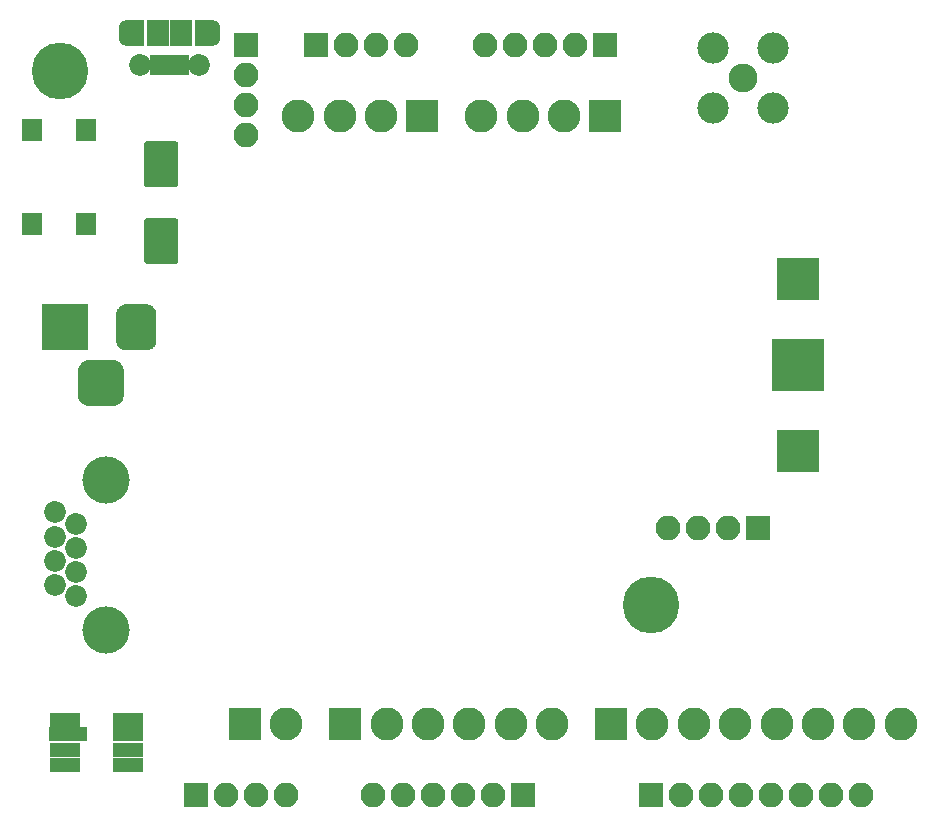
<source format=gbs>
G04 #@! TF.GenerationSoftware,KiCad,Pcbnew,(5.1.5)-3*
G04 #@! TF.CreationDate,2020-05-04T21:38:58+10:00*
G04 #@! TF.ProjectId,BoSL,426f534c-2e6b-4696-9361-645f70636258,0.4*
G04 #@! TF.SameCoordinates,Original*
G04 #@! TF.FileFunction,Soldermask,Bot*
G04 #@! TF.FilePolarity,Negative*
%FSLAX46Y46*%
G04 Gerber Fmt 4.6, Leading zero omitted, Abs format (unit mm)*
G04 Created by KiCad (PCBNEW (5.1.5)-3) date 2020-05-04 21:38:58*
%MOMM*%
%LPD*%
G04 APERTURE LIST*
%ADD10R,1.700000X1.950000*%
%ADD11C,1.850000*%
%ADD12C,4.000000*%
%ADD13O,2.100000X2.100000*%
%ADD14R,2.100000X2.100000*%
%ADD15C,2.800000*%
%ADD16R,2.800000X2.800000*%
%ADD17R,3.600000X3.600000*%
%ADD18R,4.400000X4.400000*%
%ADD19C,4.800000*%
%ADD20C,0.100000*%
%ADD21C,2.650000*%
%ADD22C,2.450000*%
%ADD23R,1.600000X2.300000*%
%ADD24O,1.600000X2.300000*%
%ADD25R,1.900000X2.300000*%
%ADD26R,0.800000X1.750000*%
%ADD27R,3.900000X3.900000*%
%ADD28R,2.650000X1.300000*%
%ADD29R,3.200000X1.300000*%
G04 APERTURE END LIST*
D10*
X121000000Y-80650000D03*
X121000000Y-72700000D03*
X116500000Y-80650000D03*
X116500000Y-72700000D03*
D11*
X118382000Y-111210000D03*
X118382000Y-109170000D03*
X118382000Y-107130000D03*
X118382000Y-105090000D03*
X120160000Y-112190000D03*
X120160000Y-106070000D03*
X120160000Y-110150000D03*
X120160000Y-108110000D03*
D12*
X122700000Y-102300000D03*
X122700000Y-115000000D03*
D13*
X186620000Y-129000000D03*
X184080000Y-129000000D03*
X181540000Y-129000000D03*
X179000000Y-129000000D03*
X176460000Y-129000000D03*
X173920000Y-129000000D03*
X171380000Y-129000000D03*
D14*
X168840000Y-129000000D03*
D13*
X145340000Y-129000000D03*
X147880000Y-129000000D03*
X150420000Y-129000000D03*
X152960000Y-129000000D03*
X155500000Y-129000000D03*
D14*
X158040000Y-129000000D03*
D13*
X138000000Y-129000000D03*
X135460000Y-129000000D03*
X132920000Y-129000000D03*
D14*
X130380000Y-129000000D03*
D13*
X148120000Y-65500000D03*
X145580000Y-65500000D03*
X143040000Y-65500000D03*
D14*
X140500000Y-65500000D03*
D13*
X134600000Y-73120000D03*
X134600000Y-70580000D03*
X134600000Y-68040000D03*
D14*
X134600000Y-65500000D03*
D15*
X154500000Y-71500000D03*
X158000000Y-71500000D03*
X161500000Y-71500000D03*
D16*
X165000000Y-71500000D03*
D13*
X154840000Y-65500000D03*
X157380000Y-65500000D03*
X159920000Y-65500000D03*
X162460000Y-65500000D03*
D14*
X165000000Y-65500000D03*
D15*
X190000000Y-123000000D03*
X186500000Y-123000000D03*
X183000000Y-123000000D03*
X179500000Y-123000000D03*
X176000000Y-123000000D03*
X172500000Y-123000000D03*
X169000000Y-123000000D03*
D16*
X165500000Y-123000000D03*
D15*
X138000000Y-123000000D03*
D16*
X134500000Y-123000000D03*
D15*
X139000000Y-71500000D03*
X142500000Y-71500000D03*
X146000000Y-71500000D03*
D16*
X149500000Y-71500000D03*
D15*
X160500000Y-123000000D03*
X157000000Y-123000000D03*
X153500000Y-123000000D03*
X150000000Y-123000000D03*
X146500000Y-123000000D03*
D16*
X143000000Y-123000000D03*
D17*
X181300000Y-99900000D03*
X181300000Y-85300000D03*
D18*
X181300000Y-92600000D03*
D13*
X170340000Y-106430000D03*
X172880000Y-106430000D03*
X175420000Y-106430000D03*
D14*
X177960000Y-106430000D03*
D19*
X168900000Y-112900000D03*
X118800000Y-67700000D03*
D20*
G36*
X128588425Y-73651396D02*
G01*
X128616576Y-73655572D01*
X128644183Y-73662487D01*
X128670978Y-73672075D01*
X128696705Y-73684243D01*
X128721115Y-73698874D01*
X128743974Y-73715827D01*
X128765061Y-73734939D01*
X128784173Y-73756026D01*
X128801126Y-73778885D01*
X128815757Y-73803295D01*
X128827925Y-73829022D01*
X128837513Y-73855817D01*
X128844428Y-73883424D01*
X128848604Y-73911575D01*
X128850000Y-73940000D01*
X128850000Y-77260000D01*
X128848604Y-77288425D01*
X128844428Y-77316576D01*
X128837513Y-77344183D01*
X128827925Y-77370978D01*
X128815757Y-77396705D01*
X128801126Y-77421115D01*
X128784173Y-77443974D01*
X128765061Y-77465061D01*
X128743974Y-77484173D01*
X128721115Y-77501126D01*
X128696705Y-77515757D01*
X128670978Y-77527925D01*
X128644183Y-77537513D01*
X128616576Y-77544428D01*
X128588425Y-77548604D01*
X128560000Y-77550000D01*
X126240000Y-77550000D01*
X126211575Y-77548604D01*
X126183424Y-77544428D01*
X126155817Y-77537513D01*
X126129022Y-77527925D01*
X126103295Y-77515757D01*
X126078885Y-77501126D01*
X126056026Y-77484173D01*
X126034939Y-77465061D01*
X126015827Y-77443974D01*
X125998874Y-77421115D01*
X125984243Y-77396705D01*
X125972075Y-77370978D01*
X125962487Y-77344183D01*
X125955572Y-77316576D01*
X125951396Y-77288425D01*
X125950000Y-77260000D01*
X125950000Y-73940000D01*
X125951396Y-73911575D01*
X125955572Y-73883424D01*
X125962487Y-73855817D01*
X125972075Y-73829022D01*
X125984243Y-73803295D01*
X125998874Y-73778885D01*
X126015827Y-73756026D01*
X126034939Y-73734939D01*
X126056026Y-73715827D01*
X126078885Y-73698874D01*
X126103295Y-73684243D01*
X126129022Y-73672075D01*
X126155817Y-73662487D01*
X126183424Y-73655572D01*
X126211575Y-73651396D01*
X126240000Y-73650000D01*
X128560000Y-73650000D01*
X128588425Y-73651396D01*
G37*
G36*
X128588425Y-80151396D02*
G01*
X128616576Y-80155572D01*
X128644183Y-80162487D01*
X128670978Y-80172075D01*
X128696705Y-80184243D01*
X128721115Y-80198874D01*
X128743974Y-80215827D01*
X128765061Y-80234939D01*
X128784173Y-80256026D01*
X128801126Y-80278885D01*
X128815757Y-80303295D01*
X128827925Y-80329022D01*
X128837513Y-80355817D01*
X128844428Y-80383424D01*
X128848604Y-80411575D01*
X128850000Y-80440000D01*
X128850000Y-83760000D01*
X128848604Y-83788425D01*
X128844428Y-83816576D01*
X128837513Y-83844183D01*
X128827925Y-83870978D01*
X128815757Y-83896705D01*
X128801126Y-83921115D01*
X128784173Y-83943974D01*
X128765061Y-83965061D01*
X128743974Y-83984173D01*
X128721115Y-84001126D01*
X128696705Y-84015757D01*
X128670978Y-84027925D01*
X128644183Y-84037513D01*
X128616576Y-84044428D01*
X128588425Y-84048604D01*
X128560000Y-84050000D01*
X126240000Y-84050000D01*
X126211575Y-84048604D01*
X126183424Y-84044428D01*
X126155817Y-84037513D01*
X126129022Y-84027925D01*
X126103295Y-84015757D01*
X126078885Y-84001126D01*
X126056026Y-83984173D01*
X126034939Y-83965061D01*
X126015827Y-83943974D01*
X125998874Y-83921115D01*
X125984243Y-83896705D01*
X125972075Y-83870978D01*
X125962487Y-83844183D01*
X125955572Y-83816576D01*
X125951396Y-83788425D01*
X125950000Y-83760000D01*
X125950000Y-80440000D01*
X125951396Y-80411575D01*
X125955572Y-80383424D01*
X125962487Y-80355817D01*
X125972075Y-80329022D01*
X125984243Y-80303295D01*
X125998874Y-80278885D01*
X126015827Y-80256026D01*
X126034939Y-80234939D01*
X126056026Y-80215827D01*
X126078885Y-80198874D01*
X126103295Y-80184243D01*
X126129022Y-80172075D01*
X126155817Y-80162487D01*
X126183424Y-80155572D01*
X126211575Y-80151396D01*
X126240000Y-80150000D01*
X128560000Y-80150000D01*
X128588425Y-80151396D01*
G37*
D21*
X179240000Y-70840000D03*
X179240000Y-65760000D03*
X174160000Y-65760000D03*
X174160000Y-70840000D03*
D22*
X176700000Y-68300000D03*
D23*
X125200000Y-64500000D03*
X131000000Y-64500000D03*
D24*
X131600000Y-64500000D03*
X124600000Y-64500000D03*
D25*
X127100000Y-64500000D03*
D11*
X130600000Y-67200000D03*
D26*
X128100000Y-67200000D03*
X128750000Y-67200000D03*
X129400000Y-67200000D03*
X126800000Y-67200000D03*
X127450000Y-67200000D03*
D11*
X125600000Y-67200000D03*
D25*
X129100000Y-64500000D03*
D20*
G36*
X123370567Y-92154695D02*
G01*
X123465213Y-92168734D01*
X123558028Y-92191983D01*
X123648116Y-92224217D01*
X123734612Y-92265127D01*
X123816681Y-92314317D01*
X123893533Y-92371315D01*
X123964429Y-92435571D01*
X124028685Y-92506467D01*
X124085683Y-92583319D01*
X124134873Y-92665388D01*
X124175783Y-92751884D01*
X124208017Y-92841972D01*
X124231266Y-92934787D01*
X124245305Y-93029433D01*
X124250000Y-93125000D01*
X124250000Y-95075000D01*
X124245305Y-95170567D01*
X124231266Y-95265213D01*
X124208017Y-95358028D01*
X124175783Y-95448116D01*
X124134873Y-95534612D01*
X124085683Y-95616681D01*
X124028685Y-95693533D01*
X123964429Y-95764429D01*
X123893533Y-95828685D01*
X123816681Y-95885683D01*
X123734612Y-95934873D01*
X123648116Y-95975783D01*
X123558028Y-96008017D01*
X123465213Y-96031266D01*
X123370567Y-96045305D01*
X123275000Y-96050000D01*
X121325000Y-96050000D01*
X121229433Y-96045305D01*
X121134787Y-96031266D01*
X121041972Y-96008017D01*
X120951884Y-95975783D01*
X120865388Y-95934873D01*
X120783319Y-95885683D01*
X120706467Y-95828685D01*
X120635571Y-95764429D01*
X120571315Y-95693533D01*
X120514317Y-95616681D01*
X120465127Y-95534612D01*
X120424217Y-95448116D01*
X120391983Y-95358028D01*
X120368734Y-95265213D01*
X120354695Y-95170567D01*
X120350000Y-95075000D01*
X120350000Y-93125000D01*
X120354695Y-93029433D01*
X120368734Y-92934787D01*
X120391983Y-92841972D01*
X120424217Y-92751884D01*
X120465127Y-92665388D01*
X120514317Y-92583319D01*
X120571315Y-92506467D01*
X120635571Y-92435571D01*
X120706467Y-92371315D01*
X120783319Y-92314317D01*
X120865388Y-92265127D01*
X120951884Y-92224217D01*
X121041972Y-92191983D01*
X121134787Y-92168734D01*
X121229433Y-92154695D01*
X121325000Y-92150000D01*
X123275000Y-92150000D01*
X123370567Y-92154695D01*
G37*
G36*
X126233315Y-87454093D02*
G01*
X126315827Y-87466333D01*
X126396742Y-87486601D01*
X126475281Y-87514702D01*
X126550687Y-87550367D01*
X126622235Y-87593251D01*
X126689234Y-87642941D01*
X126751041Y-87698959D01*
X126807059Y-87760766D01*
X126856749Y-87827765D01*
X126899633Y-87899313D01*
X126935298Y-87974719D01*
X126963399Y-88053258D01*
X126983667Y-88134173D01*
X126995907Y-88216685D01*
X127000000Y-88300000D01*
X127000000Y-90500000D01*
X126995907Y-90583315D01*
X126983667Y-90665827D01*
X126963399Y-90746742D01*
X126935298Y-90825281D01*
X126899633Y-90900687D01*
X126856749Y-90972235D01*
X126807059Y-91039234D01*
X126751041Y-91101041D01*
X126689234Y-91157059D01*
X126622235Y-91206749D01*
X126550687Y-91249633D01*
X126475281Y-91285298D01*
X126396742Y-91313399D01*
X126315827Y-91333667D01*
X126233315Y-91345907D01*
X126150000Y-91350000D01*
X124450000Y-91350000D01*
X124366685Y-91345907D01*
X124284173Y-91333667D01*
X124203258Y-91313399D01*
X124124719Y-91285298D01*
X124049313Y-91249633D01*
X123977765Y-91206749D01*
X123910766Y-91157059D01*
X123848959Y-91101041D01*
X123792941Y-91039234D01*
X123743251Y-90972235D01*
X123700367Y-90900687D01*
X123664702Y-90825281D01*
X123636601Y-90746742D01*
X123616333Y-90665827D01*
X123604093Y-90583315D01*
X123600000Y-90500000D01*
X123600000Y-88300000D01*
X123604093Y-88216685D01*
X123616333Y-88134173D01*
X123636601Y-88053258D01*
X123664702Y-87974719D01*
X123700367Y-87899313D01*
X123743251Y-87827765D01*
X123792941Y-87760766D01*
X123848959Y-87698959D01*
X123910766Y-87642941D01*
X123977765Y-87593251D01*
X124049313Y-87550367D01*
X124124719Y-87514702D01*
X124203258Y-87486601D01*
X124284173Y-87466333D01*
X124366685Y-87454093D01*
X124450000Y-87450000D01*
X126150000Y-87450000D01*
X126233315Y-87454093D01*
G37*
D27*
X119300000Y-89400000D03*
D28*
X119250888Y-122629032D03*
D29*
X119525888Y-123879032D03*
D28*
X119250888Y-125179032D03*
X124600888Y-122629032D03*
X124600888Y-123879032D03*
X124600888Y-126429032D03*
X124600888Y-125179032D03*
X119250888Y-126429032D03*
M02*

</source>
